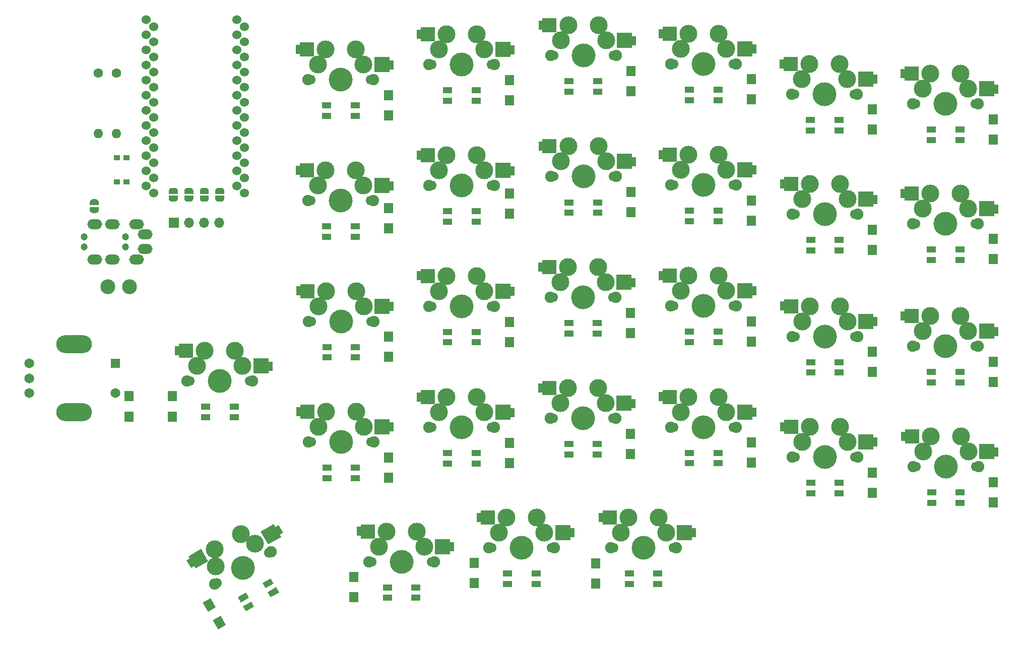
<source format=gbr>
%TF.GenerationSoftware,KiCad,Pcbnew,(5.1.8)-1*%
%TF.CreationDate,2020-12-16T21:53:35-07:00*%
%TF.ProjectId,RGBCakeBoard,52474243-616b-4654-926f-6172642e6b69,rev?*%
%TF.SameCoordinates,Original*%
%TF.FileFunction,Soldermask,Top*%
%TF.FilePolarity,Negative*%
%FSLAX46Y46*%
G04 Gerber Fmt 4.6, Leading zero omitted, Abs format (unit mm)*
G04 Created by KiCad (PCBNEW (5.1.8)-1) date 2020-12-16 21:53:35*
%MOMM*%
%LPD*%
G01*
G04 APERTURE LIST*
%ADD10R,0.700000X1.500000*%
%ADD11C,3.000000*%
%ADD12R,2.400000X2.400000*%
%ADD13R,2.500000X2.500000*%
%ADD14C,0.100000*%
%ADD15C,4.000000*%
%ADD16C,1.900000*%
%ADD17C,1.700000*%
%ADD18C,0.100000*%
%ADD19R,1.500000X1.800000*%
%ADD20R,1.000000X0.900000*%
%ADD21O,2.500000X1.700000*%
%ADD22C,1.200000*%
%ADD23O,1.600000X1.600000*%
%ADD24C,1.600000*%
%ADD25R,1.650000X1.650000*%
%ADD26C,1.650000*%
%ADD27O,6.000000X3.000000*%
%ADD28R,1.600000X1.000000*%
%ADD29C,1.524000*%
%ADD30O,1.700000X1.700000*%
%ADD31R,1.700000X1.700000*%
%ADD32C,2.499360*%
G04 APERTURE END LIST*
D10*
%TO.C,SW13*%
X89320000Y-104056500D03*
X105020000Y-106656500D03*
D11*
X100330000Y-106616500D03*
D12*
X90820000Y-104076500D03*
D11*
X100330000Y-106616500D03*
X93980000Y-104076500D03*
D13*
X103420000Y-106616499D03*
D14*
X100345000Y-106576500D03*
X92695000Y-106576500D03*
D11*
X99060000Y-104076500D03*
D15*
X96520000Y-109156500D03*
D16*
X91020000Y-109156500D03*
X102020000Y-109156500D03*
D17*
X101600000Y-109156500D03*
X91440000Y-109156500D03*
D11*
X92710000Y-106616499D03*
%TD*%
D18*
%TO.C,SW20*%
G36*
X91682451Y-140573994D02*
G01*
X90932451Y-139274956D01*
X91538669Y-138924956D01*
X92288669Y-140223994D01*
X91682451Y-140573994D01*
G37*
G36*
X106579050Y-134975660D02*
G01*
X105829050Y-133676622D01*
X106435268Y-133326622D01*
X107185268Y-134625660D01*
X106579050Y-134975660D01*
G37*
D11*
X102425500Y-136461500D03*
D18*
G36*
X93358828Y-137377566D02*
G01*
X94558828Y-139456026D01*
X92480368Y-140656026D01*
X91280368Y-138577566D01*
X93358828Y-137377566D01*
G37*
D11*
X102425500Y-136461500D03*
X95656238Y-137436796D03*
D18*
G36*
X105559050Y-133208968D02*
G01*
X106809050Y-135374032D01*
X104643986Y-136624032D01*
X103393986Y-134458968D01*
X105559050Y-133208968D01*
G37*
D14*
X102418490Y-136419359D03*
X95793396Y-140244359D03*
D11*
X100055648Y-134896796D03*
D15*
X100395943Y-140566205D03*
D16*
X95632803Y-143316205D03*
X105159083Y-137816205D03*
D17*
X104795352Y-138026205D03*
X95996534Y-143106205D03*
D11*
X95826386Y-140271500D03*
%TD*%
D19*
%TO.C,D18*%
X206184500Y-107618000D03*
X206184500Y-104218000D03*
%TD*%
D18*
%TO.C,JP1*%
G36*
X76188000Y-79921000D02*
G01*
X76188000Y-80421000D01*
X76187398Y-80421000D01*
X76187398Y-80445534D01*
X76182588Y-80494365D01*
X76173016Y-80542490D01*
X76158772Y-80589445D01*
X76139995Y-80634778D01*
X76116864Y-80678051D01*
X76089604Y-80718850D01*
X76058476Y-80756779D01*
X76023779Y-80791476D01*
X75985850Y-80822604D01*
X75945051Y-80849864D01*
X75901778Y-80872995D01*
X75856445Y-80891772D01*
X75809490Y-80906016D01*
X75761365Y-80915588D01*
X75712534Y-80920398D01*
X75688000Y-80920398D01*
X75688000Y-80921000D01*
X75188000Y-80921000D01*
X75188000Y-80920398D01*
X75163466Y-80920398D01*
X75114635Y-80915588D01*
X75066510Y-80906016D01*
X75019555Y-80891772D01*
X74974222Y-80872995D01*
X74930949Y-80849864D01*
X74890150Y-80822604D01*
X74852221Y-80791476D01*
X74817524Y-80756779D01*
X74786396Y-80718850D01*
X74759136Y-80678051D01*
X74736005Y-80634778D01*
X74717228Y-80589445D01*
X74702984Y-80542490D01*
X74693412Y-80494365D01*
X74688602Y-80445534D01*
X74688602Y-80421000D01*
X74688000Y-80421000D01*
X74688000Y-79921000D01*
X76188000Y-79921000D01*
G37*
G36*
X74688602Y-79121000D02*
G01*
X74688602Y-79096466D01*
X74693412Y-79047635D01*
X74702984Y-78999510D01*
X74717228Y-78952555D01*
X74736005Y-78907222D01*
X74759136Y-78863949D01*
X74786396Y-78823150D01*
X74817524Y-78785221D01*
X74852221Y-78750524D01*
X74890150Y-78719396D01*
X74930949Y-78692136D01*
X74974222Y-78669005D01*
X75019555Y-78650228D01*
X75066510Y-78635984D01*
X75114635Y-78626412D01*
X75163466Y-78621602D01*
X75188000Y-78621602D01*
X75188000Y-78621000D01*
X75688000Y-78621000D01*
X75688000Y-78621602D01*
X75712534Y-78621602D01*
X75761365Y-78626412D01*
X75809490Y-78635984D01*
X75856445Y-78650228D01*
X75901778Y-78669005D01*
X75945051Y-78692136D01*
X75985850Y-78719396D01*
X76023779Y-78750524D01*
X76058476Y-78785221D01*
X76089604Y-78823150D01*
X76116864Y-78863949D01*
X76139995Y-78907222D01*
X76158772Y-78952555D01*
X76173016Y-78999510D01*
X76182588Y-79047635D01*
X76187398Y-79096466D01*
X76187398Y-79121000D01*
X76188000Y-79121000D01*
X76188000Y-79621000D01*
X74688000Y-79621000D01*
X74688000Y-79121000D01*
X74688602Y-79121000D01*
G37*
%TD*%
D20*
%TO.C,SW30*%
X80873500Y-71610000D03*
X79273500Y-71610000D03*
X80873500Y-75710000D03*
X79273500Y-75710000D03*
%TD*%
D21*
%TO.C,J3*%
X83999500Y-86999500D03*
X82499500Y-82799500D03*
X78499500Y-82799500D03*
X75499500Y-82799500D03*
D22*
X80699500Y-84899500D03*
X73699500Y-84899500D03*
D21*
X78499500Y-88749500D03*
X75499500Y-88749500D03*
X83999500Y-84549500D03*
X82499500Y-88749500D03*
D22*
X73699500Y-86649500D03*
X80699500Y-86649500D03*
%TD*%
D23*
%TO.C,R2*%
X79184500Y-67564000D03*
D24*
X79184500Y-57404000D03*
%TD*%
D23*
%TO.C,R1*%
X76136500Y-67564000D03*
D24*
X76136500Y-57404000D03*
%TD*%
D25*
%TO.C,SW31*%
X79009000Y-106212000D03*
D26*
X79009000Y-111212000D03*
X64509000Y-106212000D03*
X64509000Y-108712000D03*
X64509000Y-111212000D03*
D27*
X72009000Y-103012000D03*
X72009000Y-114412000D03*
%TD*%
D19*
%TO.C,D57*%
X81305400Y-115134600D03*
X81305400Y-111734600D03*
%TD*%
D18*
%TO.C,JP9*%
G36*
X87960102Y-77216000D02*
G01*
X87960102Y-77191466D01*
X87964912Y-77142635D01*
X87974484Y-77094510D01*
X87988728Y-77047555D01*
X88007505Y-77002222D01*
X88030636Y-76958949D01*
X88057896Y-76918150D01*
X88089024Y-76880221D01*
X88123721Y-76845524D01*
X88161650Y-76814396D01*
X88202449Y-76787136D01*
X88245722Y-76764005D01*
X88291055Y-76745228D01*
X88338010Y-76730984D01*
X88386135Y-76721412D01*
X88434966Y-76716602D01*
X88459500Y-76716602D01*
X88459500Y-76716000D01*
X88959500Y-76716000D01*
X88959500Y-76716602D01*
X88984034Y-76716602D01*
X89032865Y-76721412D01*
X89080990Y-76730984D01*
X89127945Y-76745228D01*
X89173278Y-76764005D01*
X89216551Y-76787136D01*
X89257350Y-76814396D01*
X89295279Y-76845524D01*
X89329976Y-76880221D01*
X89361104Y-76918150D01*
X89388364Y-76958949D01*
X89411495Y-77002222D01*
X89430272Y-77047555D01*
X89444516Y-77094510D01*
X89454088Y-77142635D01*
X89458898Y-77191466D01*
X89458898Y-77216000D01*
X89459500Y-77216000D01*
X89459500Y-77716000D01*
X87959500Y-77716000D01*
X87959500Y-77216000D01*
X87960102Y-77216000D01*
G37*
G36*
X89459500Y-78016000D02*
G01*
X89459500Y-78516000D01*
X89458898Y-78516000D01*
X89458898Y-78540534D01*
X89454088Y-78589365D01*
X89444516Y-78637490D01*
X89430272Y-78684445D01*
X89411495Y-78729778D01*
X89388364Y-78773051D01*
X89361104Y-78813850D01*
X89329976Y-78851779D01*
X89295279Y-78886476D01*
X89257350Y-78917604D01*
X89216551Y-78944864D01*
X89173278Y-78967995D01*
X89127945Y-78986772D01*
X89080990Y-79001016D01*
X89032865Y-79010588D01*
X88984034Y-79015398D01*
X88959500Y-79015398D01*
X88959500Y-79016000D01*
X88459500Y-79016000D01*
X88459500Y-79015398D01*
X88434966Y-79015398D01*
X88386135Y-79010588D01*
X88338010Y-79001016D01*
X88291055Y-78986772D01*
X88245722Y-78967995D01*
X88202449Y-78944864D01*
X88161650Y-78917604D01*
X88123721Y-78886476D01*
X88089024Y-78851779D01*
X88057896Y-78813850D01*
X88030636Y-78773051D01*
X88007505Y-78729778D01*
X87988728Y-78684445D01*
X87974484Y-78637490D01*
X87964912Y-78589365D01*
X87960102Y-78540534D01*
X87960102Y-78516000D01*
X87959500Y-78516000D01*
X87959500Y-78016000D01*
X89459500Y-78016000D01*
G37*
%TD*%
%TO.C,JP8*%
G36*
X90563602Y-77201000D02*
G01*
X90563602Y-77176466D01*
X90568412Y-77127635D01*
X90577984Y-77079510D01*
X90592228Y-77032555D01*
X90611005Y-76987222D01*
X90634136Y-76943949D01*
X90661396Y-76903150D01*
X90692524Y-76865221D01*
X90727221Y-76830524D01*
X90765150Y-76799396D01*
X90805949Y-76772136D01*
X90849222Y-76749005D01*
X90894555Y-76730228D01*
X90941510Y-76715984D01*
X90989635Y-76706412D01*
X91038466Y-76701602D01*
X91063000Y-76701602D01*
X91063000Y-76701000D01*
X91563000Y-76701000D01*
X91563000Y-76701602D01*
X91587534Y-76701602D01*
X91636365Y-76706412D01*
X91684490Y-76715984D01*
X91731445Y-76730228D01*
X91776778Y-76749005D01*
X91820051Y-76772136D01*
X91860850Y-76799396D01*
X91898779Y-76830524D01*
X91933476Y-76865221D01*
X91964604Y-76903150D01*
X91991864Y-76943949D01*
X92014995Y-76987222D01*
X92033772Y-77032555D01*
X92048016Y-77079510D01*
X92057588Y-77127635D01*
X92062398Y-77176466D01*
X92062398Y-77201000D01*
X92063000Y-77201000D01*
X92063000Y-77701000D01*
X90563000Y-77701000D01*
X90563000Y-77201000D01*
X90563602Y-77201000D01*
G37*
G36*
X92063000Y-78001000D02*
G01*
X92063000Y-78501000D01*
X92062398Y-78501000D01*
X92062398Y-78525534D01*
X92057588Y-78574365D01*
X92048016Y-78622490D01*
X92033772Y-78669445D01*
X92014995Y-78714778D01*
X91991864Y-78758051D01*
X91964604Y-78798850D01*
X91933476Y-78836779D01*
X91898779Y-78871476D01*
X91860850Y-78902604D01*
X91820051Y-78929864D01*
X91776778Y-78952995D01*
X91731445Y-78971772D01*
X91684490Y-78986016D01*
X91636365Y-78995588D01*
X91587534Y-79000398D01*
X91563000Y-79000398D01*
X91563000Y-79001000D01*
X91063000Y-79001000D01*
X91063000Y-79000398D01*
X91038466Y-79000398D01*
X90989635Y-78995588D01*
X90941510Y-78986016D01*
X90894555Y-78971772D01*
X90849222Y-78952995D01*
X90805949Y-78929864D01*
X90765150Y-78902604D01*
X90727221Y-78871476D01*
X90692524Y-78836779D01*
X90661396Y-78798850D01*
X90634136Y-78758051D01*
X90611005Y-78714778D01*
X90592228Y-78669445D01*
X90577984Y-78622490D01*
X90568412Y-78574365D01*
X90563602Y-78525534D01*
X90563602Y-78501000D01*
X90563000Y-78501000D01*
X90563000Y-78001000D01*
X92063000Y-78001000D01*
G37*
%TD*%
%TO.C,JP7*%
G36*
X93167102Y-77216000D02*
G01*
X93167102Y-77191466D01*
X93171912Y-77142635D01*
X93181484Y-77094510D01*
X93195728Y-77047555D01*
X93214505Y-77002222D01*
X93237636Y-76958949D01*
X93264896Y-76918150D01*
X93296024Y-76880221D01*
X93330721Y-76845524D01*
X93368650Y-76814396D01*
X93409449Y-76787136D01*
X93452722Y-76764005D01*
X93498055Y-76745228D01*
X93545010Y-76730984D01*
X93593135Y-76721412D01*
X93641966Y-76716602D01*
X93666500Y-76716602D01*
X93666500Y-76716000D01*
X94166500Y-76716000D01*
X94166500Y-76716602D01*
X94191034Y-76716602D01*
X94239865Y-76721412D01*
X94287990Y-76730984D01*
X94334945Y-76745228D01*
X94380278Y-76764005D01*
X94423551Y-76787136D01*
X94464350Y-76814396D01*
X94502279Y-76845524D01*
X94536976Y-76880221D01*
X94568104Y-76918150D01*
X94595364Y-76958949D01*
X94618495Y-77002222D01*
X94637272Y-77047555D01*
X94651516Y-77094510D01*
X94661088Y-77142635D01*
X94665898Y-77191466D01*
X94665898Y-77216000D01*
X94666500Y-77216000D01*
X94666500Y-77716000D01*
X93166500Y-77716000D01*
X93166500Y-77216000D01*
X93167102Y-77216000D01*
G37*
G36*
X94666500Y-78016000D02*
G01*
X94666500Y-78516000D01*
X94665898Y-78516000D01*
X94665898Y-78540534D01*
X94661088Y-78589365D01*
X94651516Y-78637490D01*
X94637272Y-78684445D01*
X94618495Y-78729778D01*
X94595364Y-78773051D01*
X94568104Y-78813850D01*
X94536976Y-78851779D01*
X94502279Y-78886476D01*
X94464350Y-78917604D01*
X94423551Y-78944864D01*
X94380278Y-78967995D01*
X94334945Y-78986772D01*
X94287990Y-79001016D01*
X94239865Y-79010588D01*
X94191034Y-79015398D01*
X94166500Y-79015398D01*
X94166500Y-79016000D01*
X93666500Y-79016000D01*
X93666500Y-79015398D01*
X93641966Y-79015398D01*
X93593135Y-79010588D01*
X93545010Y-79001016D01*
X93498055Y-78986772D01*
X93452722Y-78967995D01*
X93409449Y-78944864D01*
X93368650Y-78917604D01*
X93330721Y-78886476D01*
X93296024Y-78851779D01*
X93264896Y-78813850D01*
X93237636Y-78773051D01*
X93214505Y-78729778D01*
X93195728Y-78684445D01*
X93181484Y-78637490D01*
X93171912Y-78589365D01*
X93167102Y-78540534D01*
X93167102Y-78516000D01*
X93166500Y-78516000D01*
X93166500Y-78016000D01*
X94666500Y-78016000D01*
G37*
%TD*%
%TO.C,JP6*%
G36*
X95770602Y-77201000D02*
G01*
X95770602Y-77176466D01*
X95775412Y-77127635D01*
X95784984Y-77079510D01*
X95799228Y-77032555D01*
X95818005Y-76987222D01*
X95841136Y-76943949D01*
X95868396Y-76903150D01*
X95899524Y-76865221D01*
X95934221Y-76830524D01*
X95972150Y-76799396D01*
X96012949Y-76772136D01*
X96056222Y-76749005D01*
X96101555Y-76730228D01*
X96148510Y-76715984D01*
X96196635Y-76706412D01*
X96245466Y-76701602D01*
X96270000Y-76701602D01*
X96270000Y-76701000D01*
X96770000Y-76701000D01*
X96770000Y-76701602D01*
X96794534Y-76701602D01*
X96843365Y-76706412D01*
X96891490Y-76715984D01*
X96938445Y-76730228D01*
X96983778Y-76749005D01*
X97027051Y-76772136D01*
X97067850Y-76799396D01*
X97105779Y-76830524D01*
X97140476Y-76865221D01*
X97171604Y-76903150D01*
X97198864Y-76943949D01*
X97221995Y-76987222D01*
X97240772Y-77032555D01*
X97255016Y-77079510D01*
X97264588Y-77127635D01*
X97269398Y-77176466D01*
X97269398Y-77201000D01*
X97270000Y-77201000D01*
X97270000Y-77701000D01*
X95770000Y-77701000D01*
X95770000Y-77201000D01*
X95770602Y-77201000D01*
G37*
G36*
X97270000Y-78001000D02*
G01*
X97270000Y-78501000D01*
X97269398Y-78501000D01*
X97269398Y-78525534D01*
X97264588Y-78574365D01*
X97255016Y-78622490D01*
X97240772Y-78669445D01*
X97221995Y-78714778D01*
X97198864Y-78758051D01*
X97171604Y-78798850D01*
X97140476Y-78836779D01*
X97105779Y-78871476D01*
X97067850Y-78902604D01*
X97027051Y-78929864D01*
X96983778Y-78952995D01*
X96938445Y-78971772D01*
X96891490Y-78986016D01*
X96843365Y-78995588D01*
X96794534Y-79000398D01*
X96770000Y-79000398D01*
X96770000Y-79001000D01*
X96270000Y-79001000D01*
X96270000Y-79000398D01*
X96245466Y-79000398D01*
X96196635Y-78995588D01*
X96148510Y-78986016D01*
X96101555Y-78971772D01*
X96056222Y-78952995D01*
X96012949Y-78929864D01*
X95972150Y-78902604D01*
X95934221Y-78871476D01*
X95899524Y-78836779D01*
X95868396Y-78798850D01*
X95841136Y-78758051D01*
X95818005Y-78714778D01*
X95799228Y-78669445D01*
X95784984Y-78622490D01*
X95775412Y-78574365D01*
X95770602Y-78525534D01*
X95770602Y-78501000D01*
X95770000Y-78501000D01*
X95770000Y-78001000D01*
X97270000Y-78001000D01*
G37*
%TD*%
D10*
%TO.C,SW16*%
X150343500Y-90023000D03*
X166043500Y-92623000D03*
D11*
X161353500Y-92583000D03*
D12*
X151843500Y-90043000D03*
D11*
X161353500Y-92583000D03*
X155003500Y-90043000D03*
D13*
X164443500Y-92582999D03*
D14*
X161368500Y-92543000D03*
X153718500Y-92543000D03*
D11*
X160083500Y-90043000D03*
D15*
X157543500Y-95123000D03*
D16*
X152043500Y-95123000D03*
X163043500Y-95123000D03*
D17*
X162623500Y-95123000D03*
X152463500Y-95123000D03*
D11*
X153733500Y-92582999D03*
%TD*%
D28*
%TO.C,D58*%
X165303500Y-141492000D03*
X165303500Y-143242000D03*
X170103500Y-141492000D03*
X170103500Y-143242000D03*
%TD*%
%TO.C,D57*%
X144856500Y-141492000D03*
X144856500Y-143242000D03*
X149656500Y-141492000D03*
X149656500Y-143242000D03*
%TD*%
D29*
%TO.C,U1*%
X99377500Y-48450500D03*
X99377500Y-50990500D03*
X99377500Y-53530500D03*
X99377500Y-56070500D03*
X99377500Y-58610500D03*
X99377500Y-61150500D03*
X99377500Y-63690500D03*
X99377500Y-66230500D03*
X99377500Y-68770500D03*
X99377500Y-71310500D03*
X99377500Y-73850500D03*
X99377500Y-76390500D03*
X84137500Y-76390500D03*
X84137500Y-73850500D03*
X84137500Y-71310500D03*
X84137500Y-68770500D03*
X84137500Y-66230500D03*
X84137500Y-63690500D03*
X84137500Y-61150500D03*
X84137500Y-58610500D03*
X84137500Y-56070500D03*
X84137500Y-53530500D03*
X84137500Y-50990500D03*
X84137500Y-48450500D03*
X100676315Y-59806245D03*
X100676315Y-64886245D03*
X85436315Y-49646245D03*
X100676315Y-52186245D03*
X100676315Y-75046245D03*
X85436315Y-77586245D03*
X100676315Y-67426245D03*
X100676315Y-69966245D03*
X85436315Y-67426245D03*
X85436315Y-72506245D03*
X85436315Y-59806245D03*
X85436315Y-57266245D03*
X85436315Y-52186245D03*
X85436315Y-62346245D03*
X100676315Y-77586245D03*
X85436315Y-69966245D03*
X100676315Y-49646245D03*
X100676315Y-54726245D03*
X85436315Y-75046245D03*
X100676315Y-57266245D03*
X100676315Y-62346245D03*
X85436315Y-64886245D03*
X100676315Y-72506245D03*
X85436315Y-54726245D03*
%TD*%
D30*
%TO.C,J4*%
X96456500Y-82550000D03*
X93916500Y-82550000D03*
X91376500Y-82550000D03*
D31*
X88836500Y-82550000D03*
%TD*%
D19*
%TO.C,D29*%
X159702500Y-143163500D03*
X159702500Y-139763500D03*
%TD*%
%TO.C,D28*%
X139255500Y-143114500D03*
X139255500Y-139714500D03*
%TD*%
%TO.C,D27*%
X119062500Y-145464000D03*
X119062500Y-142064000D03*
%TD*%
%TO.C,D26*%
X226504500Y-129574500D03*
X226504500Y-126174500D03*
%TD*%
%TO.C,D25*%
X206184500Y-127938000D03*
X206184500Y-124538000D03*
%TD*%
%TO.C,D24*%
X185801000Y-122843500D03*
X185801000Y-119443500D03*
%TD*%
%TO.C,D23*%
X165544500Y-121461000D03*
X165544500Y-118061000D03*
%TD*%
%TO.C,D22*%
X145161000Y-122985000D03*
X145161000Y-119585000D03*
%TD*%
%TO.C,D21*%
X124904500Y-125398000D03*
X124904500Y-121998000D03*
%TD*%
D18*
%TO.C,D20*%
G36*
X97556019Y-150137423D02*
G01*
X96256981Y-150887423D01*
X95356981Y-149328577D01*
X96656019Y-148578577D01*
X97556019Y-150137423D01*
G37*
G36*
X95856019Y-147192937D02*
G01*
X94556981Y-147942937D01*
X93656981Y-146384091D01*
X94956019Y-145634091D01*
X95856019Y-147192937D01*
G37*
%TD*%
D19*
%TO.C,D19*%
X226441000Y-109332500D03*
X226441000Y-105932500D03*
%TD*%
%TO.C,D17*%
X185801000Y-102538000D03*
X185801000Y-99138000D03*
%TD*%
%TO.C,D16*%
X165544500Y-101141000D03*
X165544500Y-97741000D03*
%TD*%
%TO.C,D15*%
X145161000Y-102616000D03*
X145161000Y-99216000D03*
%TD*%
%TO.C,D14*%
X124904500Y-105078000D03*
X124904500Y-101678000D03*
%TD*%
%TO.C,D13*%
X88519000Y-115125500D03*
X88519000Y-111725500D03*
%TD*%
%TO.C,D12*%
X226441000Y-88695000D03*
X226441000Y-85295000D03*
%TD*%
%TO.C,D11*%
X206184500Y-87171000D03*
X206184500Y-83771000D03*
%TD*%
%TO.C,D10*%
X185801000Y-82218000D03*
X185801000Y-78818000D03*
%TD*%
%TO.C,D9*%
X165608000Y-80806500D03*
X165608000Y-77406500D03*
%TD*%
%TO.C,D8*%
X145161000Y-81075000D03*
X145161000Y-77675000D03*
%TD*%
%TO.C,D7*%
X124841000Y-83537000D03*
X124841000Y-80137000D03*
%TD*%
%TO.C,D6*%
X226441000Y-68580000D03*
X226441000Y-65180000D03*
%TD*%
%TO.C,D5*%
X206121000Y-66929000D03*
X206121000Y-63529000D03*
%TD*%
%TO.C,D4*%
X185801000Y-61849000D03*
X185801000Y-58449000D03*
%TD*%
%TO.C,D3*%
X165608000Y-60452000D03*
X165608000Y-57052000D03*
%TD*%
%TO.C,D2*%
X145161000Y-61976000D03*
X145161000Y-58576000D03*
%TD*%
%TO.C,D1*%
X124841000Y-64516000D03*
X124841000Y-61116000D03*
%TD*%
D32*
%TO.C,J2*%
X77724000Y-93345000D03*
%TD*%
%TO.C,J1*%
X81343500Y-93345000D03*
%TD*%
D28*
%TO.C,D56*%
X124663500Y-143841500D03*
X124663500Y-145591500D03*
X129463500Y-143841500D03*
X129463500Y-145591500D03*
%TD*%
D18*
%TO.C,D55*%
G36*
X100923859Y-144706715D02*
G01*
X101423859Y-145572741D01*
X100038219Y-146372741D01*
X99538219Y-145506715D01*
X100923859Y-144706715D01*
G37*
G36*
X101798859Y-146222259D02*
G01*
X102298859Y-147088285D01*
X100913219Y-147888285D01*
X100413219Y-147022259D01*
X101798859Y-146222259D01*
G37*
G36*
X105080781Y-142306715D02*
G01*
X105580781Y-143172741D01*
X104195141Y-143972741D01*
X103695141Y-143106715D01*
X105080781Y-142306715D01*
G37*
G36*
X105955781Y-143822259D02*
G01*
X106455781Y-144688285D01*
X105070141Y-145488285D01*
X104570141Y-144622259D01*
X105955781Y-143822259D01*
G37*
%TD*%
D28*
%TO.C,D54*%
X119303500Y-125462000D03*
X119303500Y-123712000D03*
X114503500Y-125462000D03*
X114503500Y-123712000D03*
%TD*%
%TO.C,D53*%
X139560000Y-123049000D03*
X139560000Y-121299000D03*
X134760000Y-123049000D03*
X134760000Y-121299000D03*
%TD*%
%TO.C,D52*%
X159943500Y-121525000D03*
X159943500Y-119775000D03*
X155143500Y-121525000D03*
X155143500Y-119775000D03*
%TD*%
%TO.C,D51*%
X180200000Y-122985500D03*
X180200000Y-121235500D03*
X175400000Y-122985500D03*
X175400000Y-121235500D03*
%TD*%
%TO.C,D50*%
X200583500Y-128002000D03*
X200583500Y-126252000D03*
X195783500Y-128002000D03*
X195783500Y-126252000D03*
%TD*%
%TO.C,D49*%
X220903500Y-129653000D03*
X220903500Y-127903000D03*
X216103500Y-129653000D03*
X216103500Y-127903000D03*
%TD*%
%TO.C,D48*%
X216040000Y-107646500D03*
X216040000Y-109396500D03*
X220840000Y-107646500D03*
X220840000Y-109396500D03*
%TD*%
%TO.C,D47*%
X195783500Y-105995500D03*
X195783500Y-107745500D03*
X200583500Y-105995500D03*
X200583500Y-107745500D03*
%TD*%
%TO.C,D46*%
X175400000Y-100852000D03*
X175400000Y-102602000D03*
X180200000Y-100852000D03*
X180200000Y-102602000D03*
%TD*%
%TO.C,D45*%
X155143500Y-99455000D03*
X155143500Y-101205000D03*
X159943500Y-99455000D03*
X159943500Y-101205000D03*
%TD*%
%TO.C,D44*%
X134760000Y-100915500D03*
X134760000Y-102665500D03*
X139560000Y-100915500D03*
X139560000Y-102665500D03*
%TD*%
%TO.C,D43*%
X114503500Y-103455500D03*
X114503500Y-105205500D03*
X119303500Y-103455500D03*
X119303500Y-105205500D03*
%TD*%
%TO.C,D42*%
X98920000Y-115238500D03*
X98920000Y-113488500D03*
X94120000Y-115238500D03*
X94120000Y-113488500D03*
%TD*%
%TO.C,D41*%
X119240000Y-84949000D03*
X119240000Y-83199000D03*
X114440000Y-84949000D03*
X114440000Y-83199000D03*
%TD*%
%TO.C,D40*%
X139560000Y-82409000D03*
X139560000Y-80659000D03*
X134760000Y-82409000D03*
X134760000Y-80659000D03*
%TD*%
%TO.C,D39*%
X160020000Y-80899000D03*
X160020000Y-79149000D03*
X155220000Y-80899000D03*
X155220000Y-79149000D03*
%TD*%
%TO.C,D38*%
X180200000Y-82282000D03*
X180200000Y-80532000D03*
X175400000Y-82282000D03*
X175400000Y-80532000D03*
%TD*%
%TO.C,D37*%
X200583500Y-87235000D03*
X200583500Y-85485000D03*
X195783500Y-87235000D03*
X195783500Y-85485000D03*
%TD*%
%TO.C,D36*%
X220840000Y-88822500D03*
X220840000Y-87072500D03*
X216040000Y-88822500D03*
X216040000Y-87072500D03*
%TD*%
%TO.C,D35*%
X216040000Y-66943000D03*
X216040000Y-68693000D03*
X220840000Y-66943000D03*
X220840000Y-68693000D03*
%TD*%
%TO.C,D34*%
X195720000Y-65292000D03*
X195720000Y-67042000D03*
X200520000Y-65292000D03*
X200520000Y-67042000D03*
%TD*%
%TO.C,D33*%
X175400000Y-60212000D03*
X175400000Y-61962000D03*
X180200000Y-60212000D03*
X180200000Y-61962000D03*
%TD*%
%TO.C,D32*%
X155207000Y-58815000D03*
X155207000Y-60565000D03*
X160007000Y-58815000D03*
X160007000Y-60565000D03*
%TD*%
%TO.C,D31*%
X134760000Y-60339000D03*
X134760000Y-62089000D03*
X139560000Y-60339000D03*
X139560000Y-62089000D03*
%TD*%
%TO.C,D30*%
X114440000Y-62879000D03*
X114440000Y-64629000D03*
X119240000Y-62879000D03*
X119240000Y-64629000D03*
%TD*%
D10*
%TO.C,SW29*%
X160503500Y-132060000D03*
X176203500Y-134660000D03*
D11*
X171513500Y-134620000D03*
D12*
X162003500Y-132080000D03*
D11*
X171513500Y-134620000D03*
X165163500Y-132080000D03*
D13*
X174603500Y-134619999D03*
D14*
X171528500Y-134580000D03*
X163878500Y-134580000D03*
D11*
X170243500Y-132080000D03*
D15*
X167703500Y-137160000D03*
D16*
X162203500Y-137160000D03*
X173203500Y-137160000D03*
D17*
X172783500Y-137160000D03*
X162623500Y-137160000D03*
D11*
X163893500Y-134619999D03*
%TD*%
D10*
%TO.C,SW28*%
X140056500Y-132060000D03*
X155756500Y-134660000D03*
D11*
X151066500Y-134620000D03*
D12*
X141556500Y-132080000D03*
D11*
X151066500Y-134620000D03*
X144716500Y-132080000D03*
D13*
X154156500Y-134619999D03*
D14*
X151081500Y-134580000D03*
X143431500Y-134580000D03*
D11*
X149796500Y-132080000D03*
D15*
X147256500Y-137160000D03*
D16*
X141756500Y-137160000D03*
X152756500Y-137160000D03*
D17*
X152336500Y-137160000D03*
X142176500Y-137160000D03*
D11*
X143446500Y-134619999D03*
%TD*%
D10*
%TO.C,SW27*%
X119863500Y-134409500D03*
X135563500Y-137009500D03*
D11*
X130873500Y-136969500D03*
D12*
X121363500Y-134429500D03*
D11*
X130873500Y-136969500D03*
X124523500Y-134429500D03*
D13*
X133963500Y-136969499D03*
D14*
X130888500Y-136929500D03*
X123238500Y-136929500D03*
D11*
X129603500Y-134429500D03*
D15*
X127063500Y-139509500D03*
D16*
X121563500Y-139509500D03*
X132563500Y-139509500D03*
D17*
X132143500Y-139509500D03*
X121983500Y-139509500D03*
D11*
X123253500Y-136969499D03*
%TD*%
D10*
%TO.C,SW26*%
X211303500Y-118471000D03*
X227003500Y-121071000D03*
D11*
X222313500Y-121031000D03*
D12*
X212803500Y-118491000D03*
D11*
X222313500Y-121031000D03*
X215963500Y-118491000D03*
D13*
X225403500Y-121030999D03*
D14*
X222328500Y-120991000D03*
X214678500Y-120991000D03*
D11*
X221043500Y-118491000D03*
D15*
X218503500Y-123571000D03*
D16*
X213003500Y-123571000D03*
X224003500Y-123571000D03*
D17*
X223583500Y-123571000D03*
X213423500Y-123571000D03*
D11*
X214693500Y-121030999D03*
%TD*%
D10*
%TO.C,SW25*%
X190983500Y-116820000D03*
X206683500Y-119420000D03*
D11*
X201993500Y-119380000D03*
D12*
X192483500Y-116840000D03*
D11*
X201993500Y-119380000D03*
X195643500Y-116840000D03*
D13*
X205083500Y-119379999D03*
D14*
X202008500Y-119340000D03*
X194358500Y-119340000D03*
D11*
X200723500Y-116840000D03*
D15*
X198183500Y-121920000D03*
D16*
X192683500Y-121920000D03*
X203683500Y-121920000D03*
D17*
X203263500Y-121920000D03*
X193103500Y-121920000D03*
D11*
X194373500Y-119379999D03*
%TD*%
D10*
%TO.C,SW24*%
X170600000Y-111803500D03*
X186300000Y-114403500D03*
D11*
X181610000Y-114363500D03*
D12*
X172100000Y-111823500D03*
D11*
X181610000Y-114363500D03*
X175260000Y-111823500D03*
D13*
X184700000Y-114363499D03*
D14*
X181625000Y-114323500D03*
X173975000Y-114323500D03*
D11*
X180340000Y-111823500D03*
D15*
X177800000Y-116903500D03*
D16*
X172300000Y-116903500D03*
X183300000Y-116903500D03*
D17*
X182880000Y-116903500D03*
X172720000Y-116903500D03*
D11*
X173990000Y-114363499D03*
%TD*%
D10*
%TO.C,SW23*%
X150343500Y-110343000D03*
X166043500Y-112943000D03*
D11*
X161353500Y-112903000D03*
D12*
X151843500Y-110363000D03*
D11*
X161353500Y-112903000D03*
X155003500Y-110363000D03*
D13*
X164443500Y-112902999D03*
D14*
X161368500Y-112863000D03*
X153718500Y-112863000D03*
D11*
X160083500Y-110363000D03*
D15*
X157543500Y-115443000D03*
D16*
X152043500Y-115443000D03*
X163043500Y-115443000D03*
D17*
X162623500Y-115443000D03*
X152463500Y-115443000D03*
D11*
X153733500Y-112902999D03*
%TD*%
D10*
%TO.C,SW22*%
X129960000Y-111867000D03*
X145660000Y-114467000D03*
D11*
X140970000Y-114427000D03*
D12*
X131460000Y-111887000D03*
D11*
X140970000Y-114427000D03*
X134620000Y-111887000D03*
D13*
X144060000Y-114426999D03*
D14*
X140985000Y-114387000D03*
X133335000Y-114387000D03*
D11*
X139700000Y-111887000D03*
D15*
X137160000Y-116967000D03*
D16*
X131660000Y-116967000D03*
X142660000Y-116967000D03*
D17*
X142240000Y-116967000D03*
X132080000Y-116967000D03*
D11*
X133350000Y-114426999D03*
%TD*%
D10*
%TO.C,SW21*%
X109703500Y-114280000D03*
X125403500Y-116880000D03*
D11*
X120713500Y-116840000D03*
D12*
X111203500Y-114300000D03*
D11*
X120713500Y-116840000D03*
X114363500Y-114300000D03*
D13*
X123803500Y-116839999D03*
D14*
X120728500Y-116800000D03*
X113078500Y-116800000D03*
D11*
X119443500Y-114300000D03*
D15*
X116903500Y-119380000D03*
D16*
X111403500Y-119380000D03*
X122403500Y-119380000D03*
D17*
X121983500Y-119380000D03*
X111823500Y-119380000D03*
D11*
X113093500Y-116839999D03*
%TD*%
D10*
%TO.C,SW19*%
X211240000Y-98214500D03*
X226940000Y-100814500D03*
D11*
X222250000Y-100774500D03*
D12*
X212740000Y-98234500D03*
D11*
X222250000Y-100774500D03*
X215900000Y-98234500D03*
D13*
X225340000Y-100774499D03*
D14*
X222265000Y-100734500D03*
X214615000Y-100734500D03*
D11*
X220980000Y-98234500D03*
D15*
X218440000Y-103314500D03*
D16*
X212940000Y-103314500D03*
X223940000Y-103314500D03*
D17*
X223520000Y-103314500D03*
X213360000Y-103314500D03*
D11*
X214630000Y-100774499D03*
%TD*%
D10*
%TO.C,SW18*%
X190983500Y-96563500D03*
X206683500Y-99163500D03*
D11*
X201993500Y-99123500D03*
D12*
X192483500Y-96583500D03*
D11*
X201993500Y-99123500D03*
X195643500Y-96583500D03*
D13*
X205083500Y-99123499D03*
D14*
X202008500Y-99083500D03*
X194358500Y-99083500D03*
D11*
X200723500Y-96583500D03*
D15*
X198183500Y-101663500D03*
D16*
X192683500Y-101663500D03*
X203683500Y-101663500D03*
D17*
X203263500Y-101663500D03*
X193103500Y-101663500D03*
D11*
X194373500Y-99123499D03*
%TD*%
D10*
%TO.C,SW17*%
X170600000Y-91420000D03*
X186300000Y-94020000D03*
D11*
X181610000Y-93980000D03*
D12*
X172100000Y-91440000D03*
D11*
X181610000Y-93980000D03*
X175260000Y-91440000D03*
D13*
X184700000Y-93979999D03*
D14*
X181625000Y-93940000D03*
X173975000Y-93940000D03*
D11*
X180340000Y-91440000D03*
D15*
X177800000Y-96520000D03*
D16*
X172300000Y-96520000D03*
X183300000Y-96520000D03*
D17*
X182880000Y-96520000D03*
X172720000Y-96520000D03*
D11*
X173990000Y-93979999D03*
%TD*%
D10*
%TO.C,SW15*%
X129960000Y-91483500D03*
X145660000Y-94083500D03*
D11*
X140970000Y-94043500D03*
D12*
X131460000Y-91503500D03*
D11*
X140970000Y-94043500D03*
X134620000Y-91503500D03*
D13*
X144060000Y-94043499D03*
D14*
X140985000Y-94003500D03*
X133335000Y-94003500D03*
D11*
X139700000Y-91503500D03*
D15*
X137160000Y-96583500D03*
D16*
X131660000Y-96583500D03*
X142660000Y-96583500D03*
D17*
X142240000Y-96583500D03*
X132080000Y-96583500D03*
D11*
X133350000Y-94043499D03*
%TD*%
D10*
%TO.C,SW14*%
X109703500Y-94023500D03*
X125403500Y-96623500D03*
D11*
X120713500Y-96583500D03*
D12*
X111203500Y-94043500D03*
D11*
X120713500Y-96583500D03*
X114363500Y-94043500D03*
D13*
X123803500Y-96583499D03*
D14*
X120728500Y-96543500D03*
X113078500Y-96543500D03*
D11*
X119443500Y-94043500D03*
D15*
X116903500Y-99123500D03*
D16*
X111403500Y-99123500D03*
X122403500Y-99123500D03*
D17*
X121983500Y-99123500D03*
X111823500Y-99123500D03*
D11*
X113093500Y-96583499D03*
%TD*%
D10*
%TO.C,SW12*%
X211240000Y-77640500D03*
X226940000Y-80240500D03*
D11*
X222250000Y-80200500D03*
D12*
X212740000Y-77660500D03*
D11*
X222250000Y-80200500D03*
X215900000Y-77660500D03*
D13*
X225340000Y-80200499D03*
D14*
X222265000Y-80160500D03*
X214615000Y-80160500D03*
D11*
X220980000Y-77660500D03*
D15*
X218440000Y-82740500D03*
D16*
X212940000Y-82740500D03*
X223940000Y-82740500D03*
D17*
X223520000Y-82740500D03*
X213360000Y-82740500D03*
D11*
X214630000Y-80200499D03*
%TD*%
D10*
%TO.C,SW11*%
X190983500Y-76053000D03*
X206683500Y-78653000D03*
D11*
X201993500Y-78613000D03*
D12*
X192483500Y-76073000D03*
D11*
X201993500Y-78613000D03*
X195643500Y-76073000D03*
D13*
X205083500Y-78612999D03*
D14*
X202008500Y-78573000D03*
X194358500Y-78573000D03*
D11*
X200723500Y-76073000D03*
D15*
X198183500Y-81153000D03*
D16*
X192683500Y-81153000D03*
X203683500Y-81153000D03*
D17*
X203263500Y-81153000D03*
X193103500Y-81153000D03*
D11*
X194373500Y-78612999D03*
%TD*%
D10*
%TO.C,SW10*%
X170600000Y-71100000D03*
X186300000Y-73700000D03*
D11*
X181610000Y-73660000D03*
D12*
X172100000Y-71120000D03*
D11*
X181610000Y-73660000D03*
X175260000Y-71120000D03*
D13*
X184700000Y-73659999D03*
D14*
X181625000Y-73620000D03*
X173975000Y-73620000D03*
D11*
X180340000Y-71120000D03*
D15*
X177800000Y-76200000D03*
D16*
X172300000Y-76200000D03*
X183300000Y-76200000D03*
D17*
X182880000Y-76200000D03*
X172720000Y-76200000D03*
D11*
X173990000Y-73659999D03*
%TD*%
D10*
%TO.C,SW9*%
X150407000Y-69703000D03*
X166107000Y-72303000D03*
D11*
X161417000Y-72263000D03*
D12*
X151907000Y-69723000D03*
D11*
X161417000Y-72263000D03*
X155067000Y-69723000D03*
D13*
X164507000Y-72262999D03*
D14*
X161432000Y-72223000D03*
X153782000Y-72223000D03*
D11*
X160147000Y-69723000D03*
D15*
X157607000Y-74803000D03*
D16*
X152107000Y-74803000D03*
X163107000Y-74803000D03*
D17*
X162687000Y-74803000D03*
X152527000Y-74803000D03*
D11*
X153797000Y-72262999D03*
%TD*%
D10*
%TO.C,SW8*%
X129960000Y-71227000D03*
X145660000Y-73827000D03*
D11*
X140970000Y-73787000D03*
D12*
X131460000Y-71247000D03*
D11*
X140970000Y-73787000D03*
X134620000Y-71247000D03*
D13*
X144060000Y-73786999D03*
D14*
X140985000Y-73747000D03*
X133335000Y-73747000D03*
D11*
X139700000Y-71247000D03*
D15*
X137160000Y-76327000D03*
D16*
X131660000Y-76327000D03*
X142660000Y-76327000D03*
D17*
X142240000Y-76327000D03*
X132080000Y-76327000D03*
D11*
X133350000Y-73786999D03*
%TD*%
D10*
%TO.C,SW7*%
X109640000Y-73767000D03*
X125340000Y-76367000D03*
D11*
X120650000Y-76327000D03*
D12*
X111140000Y-73787000D03*
D11*
X120650000Y-76327000D03*
X114300000Y-73787000D03*
D13*
X123740000Y-76326999D03*
D14*
X120665000Y-76287000D03*
X113015000Y-76287000D03*
D11*
X119380000Y-73787000D03*
D15*
X116840000Y-78867000D03*
D16*
X111340000Y-78867000D03*
X122340000Y-78867000D03*
D17*
X121920000Y-78867000D03*
X111760000Y-78867000D03*
D11*
X113030000Y-76326999D03*
%TD*%
D10*
%TO.C,SW6*%
X211240000Y-57511000D03*
X226940000Y-60111000D03*
D11*
X222250000Y-60071000D03*
D12*
X212740000Y-57531000D03*
D11*
X222250000Y-60071000D03*
X215900000Y-57531000D03*
D13*
X225340000Y-60070999D03*
D14*
X222265000Y-60031000D03*
X214615000Y-60031000D03*
D11*
X220980000Y-57531000D03*
D15*
X218440000Y-62611000D03*
D16*
X212940000Y-62611000D03*
X223940000Y-62611000D03*
D17*
X223520000Y-62611000D03*
X213360000Y-62611000D03*
D11*
X214630000Y-60070999D03*
%TD*%
D10*
%TO.C,SW5*%
X190920000Y-55860000D03*
X206620000Y-58460000D03*
D11*
X201930000Y-58420000D03*
D12*
X192420000Y-55880000D03*
D11*
X201930000Y-58420000D03*
X195580000Y-55880000D03*
D13*
X205020000Y-58419999D03*
D14*
X201945000Y-58380000D03*
X194295000Y-58380000D03*
D11*
X200660000Y-55880000D03*
D15*
X198120000Y-60960000D03*
D16*
X192620000Y-60960000D03*
X203620000Y-60960000D03*
D17*
X203200000Y-60960000D03*
X193040000Y-60960000D03*
D11*
X194310000Y-58419999D03*
%TD*%
D10*
%TO.C,SW4*%
X170600000Y-50780000D03*
X186300000Y-53380000D03*
D11*
X181610000Y-53340000D03*
D12*
X172100000Y-50800000D03*
D11*
X181610000Y-53340000D03*
X175260000Y-50800000D03*
D13*
X184700000Y-53339999D03*
D14*
X181625000Y-53300000D03*
X173975000Y-53300000D03*
D11*
X180340000Y-50800000D03*
D15*
X177800000Y-55880000D03*
D16*
X172300000Y-55880000D03*
X183300000Y-55880000D03*
D17*
X182880000Y-55880000D03*
X172720000Y-55880000D03*
D11*
X173990000Y-53339999D03*
%TD*%
D10*
%TO.C,SW3*%
X150407000Y-49383001D03*
X166107000Y-51983001D03*
D11*
X161417000Y-51943001D03*
D12*
X151907000Y-49403001D03*
D11*
X161417000Y-51943001D03*
X155067000Y-49403001D03*
D13*
X164507000Y-51943000D03*
D14*
X161432000Y-51903001D03*
X153782000Y-51903001D03*
D11*
X160147000Y-49403001D03*
D15*
X157607000Y-54483001D03*
D16*
X152107000Y-54483001D03*
X163107000Y-54483001D03*
D17*
X162687000Y-54483001D03*
X152527000Y-54483001D03*
D11*
X153797000Y-51943000D03*
%TD*%
D10*
%TO.C,SW2*%
X129960000Y-50907000D03*
X145660000Y-53507000D03*
D11*
X140970000Y-53467000D03*
D12*
X131460000Y-50927000D03*
D11*
X140970000Y-53467000D03*
X134620000Y-50927000D03*
D13*
X144060000Y-53466999D03*
D14*
X140985000Y-53427000D03*
X133335000Y-53427000D03*
D11*
X139700000Y-50927000D03*
D15*
X137160000Y-56007000D03*
D16*
X131660000Y-56007000D03*
X142660000Y-56007000D03*
D17*
X142240000Y-56007000D03*
X132080000Y-56007000D03*
D11*
X133350000Y-53466999D03*
%TD*%
D10*
%TO.C,SW1*%
X109640000Y-53447000D03*
X125340000Y-56047000D03*
D11*
X120650000Y-56007000D03*
D12*
X111140000Y-53467000D03*
D11*
X120650000Y-56007000D03*
X114300000Y-53467000D03*
D13*
X123740000Y-56006999D03*
D14*
X120665000Y-55967000D03*
X113015000Y-55967000D03*
D11*
X119380000Y-53467000D03*
D15*
X116840000Y-58547000D03*
D16*
X111340000Y-58547000D03*
X122340000Y-58547000D03*
D17*
X121920000Y-58547000D03*
X111760000Y-58547000D03*
D11*
X113030000Y-56006999D03*
%TD*%
M02*

</source>
